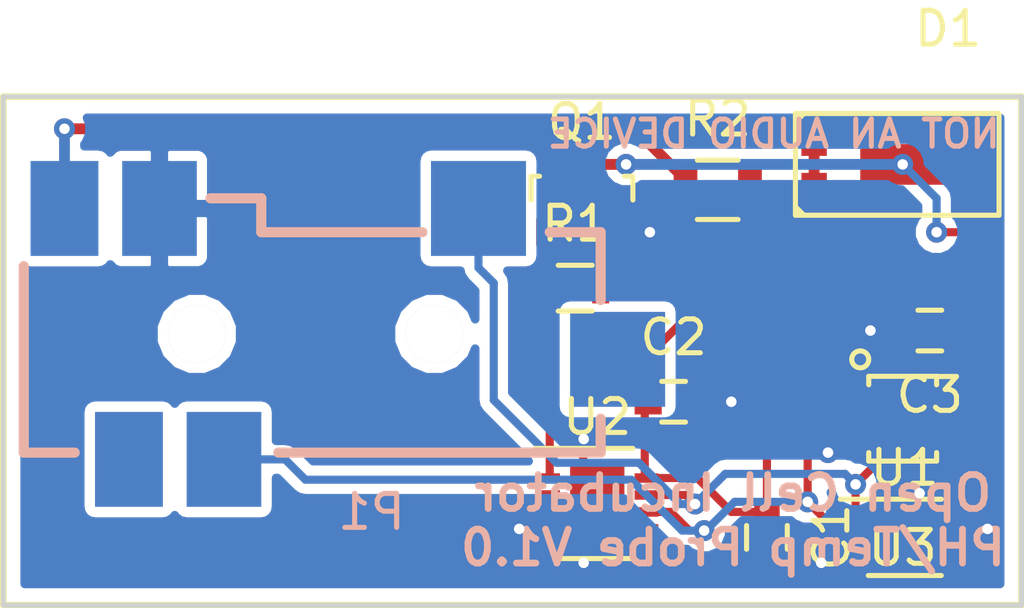
<source format=kicad_pcb>
(kicad_pcb (version 4) (host pcbnew 4.0.1-3.201512221402+6198~38~ubuntu14.04.1-stable)

  (general
    (links 36)
    (no_connects 0)
    (area 149.899999 93.915 180.273691 112.985)
    (thickness 1.6)
    (drawings 10)
    (tracks 122)
    (zones 0)
    (modules 11)
    (nets 14)
  )

  (page A4)
  (layers
    (0 F.Cu signal)
    (31 B.Cu signal)
    (32 B.Adhes user)
    (33 F.Adhes user)
    (34 B.Paste user)
    (35 F.Paste user)
    (36 B.SilkS user)
    (37 F.SilkS user)
    (38 B.Mask user)
    (39 F.Mask user)
    (40 Dwgs.User user)
    (41 Cmts.User user)
    (42 Eco1.User user)
    (43 Eco2.User user)
    (44 Edge.Cuts user)
    (45 Margin user)
    (46 B.CrtYd user)
    (47 F.CrtYd user)
    (48 B.Fab user)
    (49 F.Fab user hide)
  )

  (setup
    (last_trace_width 0.16)
    (user_trace_width 0.16)
    (user_trace_width 0.24)
    (user_trace_width 0.32)
    (user_trace_width 0.48)
    (user_trace_width 0.64)
    (user_trace_width 1)
    (user_trace_width 1.2)
    (trace_clearance 0.16)
    (zone_clearance 0.3)
    (zone_45_only no)
    (trace_min 0.16)
    (segment_width 0.2)
    (edge_width 0.15)
    (via_size 0.62)
    (via_drill 0.31)
    (via_min_size 0.62)
    (via_min_drill 0.31)
    (user_via 0.62 0.31)
    (user_via 1 0.6)
    (uvia_size 0.3)
    (uvia_drill 0.1)
    (uvias_allowed no)
    (uvia_min_size 0.2)
    (uvia_min_drill 0.1)
    (pcb_text_width 0.3)
    (pcb_text_size 1.5 1.5)
    (mod_edge_width 0.15)
    (mod_text_size 1 1)
    (mod_text_width 0.15)
    (pad_size 1.524 1.524)
    (pad_drill 0.762)
    (pad_to_mask_clearance 0.05)
    (solder_mask_min_width 0.05)
    (aux_axis_origin 0 0)
    (visible_elements FFFFFF7F)
    (pcbplotparams
      (layerselection 0x010f0_80000001)
      (usegerberextensions true)
      (excludeedgelayer true)
      (linewidth 0.100000)
      (plotframeref false)
      (viasonmask false)
      (mode 1)
      (useauxorigin false)
      (hpglpennumber 1)
      (hpglpenspeed 20)
      (hpglpendiameter 15)
      (hpglpenoverlay 2)
      (psnegative false)
      (psa4output false)
      (plotreference false)
      (plotvalue false)
      (plotinvisibletext false)
      (padsonsilk false)
      (subtractmaskfromsilk false)
      (outputformat 1)
      (mirror false)
      (drillshape 0)
      (scaleselection 1)
      (outputdirectory ../sensor_board_gerbers/))
  )

  (net 0 "")
  (net 1 +3V3)
  (net 2 GND)
  (net 3 "Net-(D1-Pad2)")
  (net 4 "Net-(D1-Pad1)")
  (net 5 /SDA)
  (net 6 /SCL)
  (net 7 /LED_CTRL)
  (net 8 "Net-(U1-Pad3)")
  (net 9 "Net-(U2-Pad2)")
  (net 10 "Net-(U2-Pad3)")
  (net 11 "Net-(U2-Pad5)")
  (net 12 "Net-(U3-Pad4)")
  (net 13 "Net-(U3-Pad5)")

  (net_class Default "This is the default net class."
    (clearance 0.16)
    (trace_width 0.16)
    (via_dia 0.62)
    (via_drill 0.31)
    (uvia_dia 0.3)
    (uvia_drill 0.1)
    (add_net +3V3)
    (add_net /LED_CTRL)
    (add_net /SCL)
    (add_net /SDA)
    (add_net GND)
    (add_net "Net-(D1-Pad1)")
    (add_net "Net-(D1-Pad2)")
    (add_net "Net-(U1-Pad3)")
    (add_net "Net-(U2-Pad2)")
    (add_net "Net-(U2-Pad3)")
    (add_net "Net-(U2-Pad5)")
    (add_net "Net-(U3-Pad4)")
    (add_net "Net-(U3-Pad5)")
  )

  (module wbraun_smd:DFN-8-1EP_3x3mm_Pitch0.5mm (layer F.Cu) (tedit 56A57A8E) (tstamp 56A57A29)
    (at 167.5 109)
    (descr "DD Package; 8-Lead Plastic DFN (3mm x 3mm) (see Linear Technology DFN_8_05-08-1698.pdf)")
    (tags "DFN 0.5")
    (path /56A54B57)
    (attr smd)
    (fp_text reference U2 (at 0 -2.55) (layer F.SilkS)
      (effects (font (size 1 1) (thickness 0.15)))
    )
    (fp_text value PCA9536 (at 0 2.55) (layer F.Fab)
      (effects (font (size 1 1) (thickness 0.15)))
    )
    (fp_line (start -2 -1.8) (end -2 1.8) (layer F.CrtYd) (width 0.05))
    (fp_line (start 2 -1.8) (end 2 1.8) (layer F.CrtYd) (width 0.05))
    (fp_line (start -2 -1.8) (end 2 -1.8) (layer F.CrtYd) (width 0.05))
    (fp_line (start -2 1.8) (end 2 1.8) (layer F.CrtYd) (width 0.05))
    (fp_line (start -1.05 1.625) (end 1.05 1.625) (layer F.SilkS) (width 0.15))
    (fp_line (start -1.825 -1.625) (end 1.05 -1.625) (layer F.SilkS) (width 0.15))
    (pad 1 smd rect (at -1.45 -0.75) (size 0.7 0.28) (layers F.Cu F.Paste F.Mask)
      (net 7 /LED_CTRL))
    (pad 2 smd rect (at -1.45 -0.25) (size 0.7 0.28) (layers F.Cu F.Paste F.Mask)
      (net 9 "Net-(U2-Pad2)"))
    (pad 3 smd rect (at -1.45 0.25) (size 0.7 0.28) (layers F.Cu F.Paste F.Mask)
      (net 10 "Net-(U2-Pad3)"))
    (pad 4 smd rect (at -1.45 0.75) (size 0.7 0.28) (layers F.Cu F.Paste F.Mask)
      (net 2 GND))
    (pad 5 smd rect (at 1.45 0.75) (size 0.7 0.28) (layers F.Cu F.Paste F.Mask)
      (net 11 "Net-(U2-Pad5)"))
    (pad 6 smd rect (at 1.45 0.25) (size 0.7 0.28) (layers F.Cu F.Paste F.Mask)
      (net 6 /SCL))
    (pad 7 smd rect (at 1.45 -0.25) (size 0.7 0.28) (layers F.Cu F.Paste F.Mask)
      (net 5 /SDA))
    (pad 8 smd rect (at 1.45 -0.75) (size 0.7 0.28) (layers F.Cu F.Paste F.Mask)
      (net 1 +3V3))
    (pad 9 smd rect (at 0 0) (size 1.6 2.25) (layers F.Cu F.Paste F.Mask)
      (net 2 GND) (solder_paste_margin_ratio -0.2))
    (model Housings_DFN_QFN.3dshapes/DFN-8-1EP_3x3mm_Pitch0.5mm.wrl
      (at (xyz 0 0 0))
      (scale (xyz 1 1 1))
      (rotate (xyz 0 0 0))
    )
  )

  (module Resistors_SMD:R_0603 (layer F.Cu) (tedit 5415CC62) (tstamp 56A5638D)
    (at 166.85 102.65)
    (descr "Resistor SMD 0603, reflow soldering, Vishay (see dcrcw.pdf)")
    (tags "resistor 0603")
    (path /56A55604)
    (attr smd)
    (fp_text reference R1 (at 0 -1.9) (layer F.SilkS)
      (effects (font (size 1 1) (thickness 0.15)))
    )
    (fp_text value 10K (at 0 1.9) (layer F.Fab)
      (effects (font (size 1 1) (thickness 0.15)))
    )
    (fp_line (start -1.3 -0.8) (end 1.3 -0.8) (layer F.CrtYd) (width 0.05))
    (fp_line (start -1.3 0.8) (end 1.3 0.8) (layer F.CrtYd) (width 0.05))
    (fp_line (start -1.3 -0.8) (end -1.3 0.8) (layer F.CrtYd) (width 0.05))
    (fp_line (start 1.3 -0.8) (end 1.3 0.8) (layer F.CrtYd) (width 0.05))
    (fp_line (start 0.5 0.675) (end -0.5 0.675) (layer F.SilkS) (width 0.15))
    (fp_line (start -0.5 -0.675) (end 0.5 -0.675) (layer F.SilkS) (width 0.15))
    (pad 1 smd rect (at -0.75 0) (size 0.5 0.9) (layers F.Cu F.Paste F.Mask)
      (net 7 /LED_CTRL))
    (pad 2 smd rect (at 0.75 0) (size 0.5 0.9) (layers F.Cu F.Paste F.Mask)
      (net 2 GND))
    (model Resistors_SMD.3dshapes/R_0603.wrl
      (at (xyz 0 0 0))
      (scale (xyz 1 1 1))
      (rotate (xyz 0 0 0))
    )
  )

  (module Capacitors_SMD:C_0603 (layer F.Cu) (tedit 5415D631) (tstamp 56A56366)
    (at 177.3 103.9 180)
    (descr "Capacitor SMD 0603, reflow soldering, AVX (see smccp.pdf)")
    (tags "capacitor 0603")
    (path /56A559F3)
    (attr smd)
    (fp_text reference C3 (at 0 -1.9 180) (layer F.SilkS)
      (effects (font (size 1 1) (thickness 0.15)))
    )
    (fp_text value 0.47uF (at 0 1.9 180) (layer F.Fab)
      (effects (font (size 1 1) (thickness 0.15)))
    )
    (fp_line (start -1.45 -0.75) (end 1.45 -0.75) (layer F.CrtYd) (width 0.05))
    (fp_line (start -1.45 0.75) (end 1.45 0.75) (layer F.CrtYd) (width 0.05))
    (fp_line (start -1.45 -0.75) (end -1.45 0.75) (layer F.CrtYd) (width 0.05))
    (fp_line (start 1.45 -0.75) (end 1.45 0.75) (layer F.CrtYd) (width 0.05))
    (fp_line (start -0.35 -0.6) (end 0.35 -0.6) (layer F.SilkS) (width 0.15))
    (fp_line (start 0.35 0.6) (end -0.35 0.6) (layer F.SilkS) (width 0.15))
    (pad 1 smd rect (at -0.75 0 180) (size 0.8 0.75) (layers F.Cu F.Paste F.Mask)
      (net 1 +3V3))
    (pad 2 smd rect (at 0.75 0 180) (size 0.8 0.75) (layers F.Cu F.Paste F.Mask)
      (net 2 GND))
    (model Capacitors_SMD.3dshapes/C_0603.wrl
      (at (xyz 0 0 0))
      (scale (xyz 1 1 1))
      (rotate (xyz 0 0 0))
    )
  )

  (module Capacitors_SMD:C_0603 (layer F.Cu) (tedit 5415D631) (tstamp 56A56361)
    (at 169.75 106)
    (descr "Capacitor SMD 0603, reflow soldering, AVX (see smccp.pdf)")
    (tags "capacitor 0603")
    (path /56A559BE)
    (attr smd)
    (fp_text reference C2 (at 0 -1.9) (layer F.SilkS)
      (effects (font (size 1 1) (thickness 0.15)))
    )
    (fp_text value 0.47uF (at 0 1.9) (layer F.Fab)
      (effects (font (size 1 1) (thickness 0.15)))
    )
    (fp_line (start -1.45 -0.75) (end 1.45 -0.75) (layer F.CrtYd) (width 0.05))
    (fp_line (start -1.45 0.75) (end 1.45 0.75) (layer F.CrtYd) (width 0.05))
    (fp_line (start -1.45 -0.75) (end -1.45 0.75) (layer F.CrtYd) (width 0.05))
    (fp_line (start 1.45 -0.75) (end 1.45 0.75) (layer F.CrtYd) (width 0.05))
    (fp_line (start -0.35 -0.6) (end 0.35 -0.6) (layer F.SilkS) (width 0.15))
    (fp_line (start 0.35 0.6) (end -0.35 0.6) (layer F.SilkS) (width 0.15))
    (pad 1 smd rect (at -0.75 0) (size 0.8 0.75) (layers F.Cu F.Paste F.Mask)
      (net 1 +3V3))
    (pad 2 smd rect (at 0.75 0) (size 0.8 0.75) (layers F.Cu F.Paste F.Mask)
      (net 2 GND))
    (model Capacitors_SMD.3dshapes/C_0603.wrl
      (at (xyz 0 0 0))
      (scale (xyz 1 1 1))
      (rotate (xyz 0 0 0))
    )
  )

  (module Capacitors_SMD:C_0603 (layer F.Cu) (tedit 5415D631) (tstamp 56A5635C)
    (at 172.5 110 270)
    (descr "Capacitor SMD 0603, reflow soldering, AVX (see smccp.pdf)")
    (tags "capacitor 0603")
    (path /56A558E9)
    (attr smd)
    (fp_text reference C1 (at 0 -1.9 270) (layer F.SilkS)
      (effects (font (size 1 1) (thickness 0.15)))
    )
    (fp_text value 0.47uF (at 0 1.9 270) (layer F.Fab)
      (effects (font (size 1 1) (thickness 0.15)))
    )
    (fp_line (start -1.45 -0.75) (end 1.45 -0.75) (layer F.CrtYd) (width 0.05))
    (fp_line (start -1.45 0.75) (end 1.45 0.75) (layer F.CrtYd) (width 0.05))
    (fp_line (start -1.45 -0.75) (end -1.45 0.75) (layer F.CrtYd) (width 0.05))
    (fp_line (start 1.45 -0.75) (end 1.45 0.75) (layer F.CrtYd) (width 0.05))
    (fp_line (start -0.35 -0.6) (end 0.35 -0.6) (layer F.SilkS) (width 0.15))
    (fp_line (start 0.35 0.6) (end -0.35 0.6) (layer F.SilkS) (width 0.15))
    (pad 1 smd rect (at -0.75 0 270) (size 0.8 0.75) (layers F.Cu F.Paste F.Mask)
      (net 1 +3V3))
    (pad 2 smd rect (at 0.75 0 270) (size 0.8 0.75) (layers F.Cu F.Paste F.Mask)
      (net 2 GND))
    (model Capacitors_SMD.3dshapes/C_0603.wrl
      (at (xyz 0 0 0))
      (scale (xyz 1 1 1))
      (rotate (xyz 0 0 0))
    )
  )

  (module "wbraun_smd:FN-6(TCS3472x)" (layer F.Cu) (tedit 56A54EB5) (tstamp 56A5622B)
    (at 176.5 106.5)
    (path /56A54C08)
    (fp_text reference U3 (at 0 3.81) (layer F.SilkS)
      (effects (font (size 1 1) (thickness 0.15)))
    )
    (fp_text value TCS34725 (at -1.27 -5.08) (layer F.Fab)
      (effects (font (size 1 1) (thickness 0.15)))
    )
    (fp_circle (center -1.25 -1.75) (end -1.25 -1.5) (layer F.SilkS) (width 0.15))
    (fp_line (start -1 -1) (end -1 -1.25) (layer F.SilkS) (width 0.15))
    (fp_line (start -1 -1.25) (end 1 -1.25) (layer F.SilkS) (width 0.15))
    (fp_line (start 1 -1.25) (end 1 -1) (layer F.SilkS) (width 0.15))
    (fp_line (start 1 1.25) (end 1 1) (layer F.SilkS) (width 0.15))
    (fp_line (start -1 1.25) (end -1 1) (layer F.SilkS) (width 0.15))
    (fp_line (start -1 1.25) (end 1 1.25) (layer F.SilkS) (width 0.15))
    (pad 1 smd rect (at -0.95 -0.65) (size 1.2 0.4) (layers F.Cu F.Paste F.Mask)
      (net 1 +3V3))
    (pad 2 smd rect (at -0.95 0) (size 1.2 0.4) (layers F.Cu F.Paste F.Mask)
      (net 6 /SCL))
    (pad 3 smd rect (at -0.95 0.65) (size 1.2 0.4) (layers F.Cu F.Paste F.Mask)
      (net 2 GND))
    (pad 4 smd rect (at 0.95 0.65) (size 1.2 0.4) (layers F.Cu F.Paste F.Mask)
      (net 12 "Net-(U3-Pad4)"))
    (pad 5 smd rect (at 0.95 0) (size 1.2 0.4) (layers F.Cu F.Paste F.Mask)
      (net 13 "Net-(U3-Pad5)"))
    (pad 6 smd rect (at 0.96 -0.65) (size 1.2 0.4) (layers F.Cu F.Paste F.Mask)
      (net 5 /SDA))
  )

  (module Housings_DFN_QFN:DFN-8-1EP_3x2mm_Pitch0.5mm (layer F.Cu) (tedit 54130A77) (tstamp 56A560AD)
    (at 176.5625 110)
    (descr "8-Lead Plastic Dual Flat, No Lead Package (MC) - 2x3x0.9 mm Body [DFN] (see Microchip Packaging Specification 00000049BS.pdf)")
    (tags "DFN 0.5")
    (path /56A54AF0)
    (attr smd)
    (fp_text reference U1 (at 0 -2.05) (layer F.SilkS)
      (effects (font (size 1 1) (thickness 0.15)))
    )
    (fp_text value MCP9808 (at 0 2.05) (layer F.Fab)
      (effects (font (size 1 1) (thickness 0.15)))
    )
    (fp_line (start -2.1 -1.3) (end -2.1 1.3) (layer F.CrtYd) (width 0.05))
    (fp_line (start 2.1 -1.3) (end 2.1 1.3) (layer F.CrtYd) (width 0.05))
    (fp_line (start -2.1 -1.3) (end 2.1 -1.3) (layer F.CrtYd) (width 0.05))
    (fp_line (start -2.1 1.3) (end 2.1 1.3) (layer F.CrtYd) (width 0.05))
    (fp_line (start -1.075 1.125) (end 1.075 1.125) (layer F.SilkS) (width 0.15))
    (fp_line (start -1.9 -1.125) (end 1.075 -1.125) (layer F.SilkS) (width 0.15))
    (pad 1 smd rect (at -1.45 -0.75) (size 0.75 0.3) (layers F.Cu F.Paste F.Mask)
      (net 5 /SDA))
    (pad 2 smd rect (at -1.45 -0.25) (size 0.75 0.3) (layers F.Cu F.Paste F.Mask)
      (net 6 /SCL))
    (pad 3 smd rect (at -1.45 0.25) (size 0.75 0.3) (layers F.Cu F.Paste F.Mask)
      (net 8 "Net-(U1-Pad3)"))
    (pad 4 smd rect (at -1.45 0.75) (size 0.75 0.3) (layers F.Cu F.Paste F.Mask)
      (net 2 GND))
    (pad 5 smd rect (at 1.45 0.75) (size 0.75 0.3) (layers F.Cu F.Paste F.Mask)
      (net 2 GND))
    (pad 6 smd rect (at 1.45 0.25) (size 0.75 0.3) (layers F.Cu F.Paste F.Mask)
      (net 2 GND))
    (pad 7 smd rect (at 1.45 -0.25) (size 0.75 0.3) (layers F.Cu F.Paste F.Mask)
      (net 2 GND))
    (pad 8 smd rect (at 1.45 -0.75) (size 0.75 0.3) (layers F.Cu F.Paste F.Mask)
      (net 1 +3V3))
    (pad 9 smd rect (at 0.4375 0.3625) (size 0.875 0.725) (layers F.Cu F.Paste F.Mask)
      (net 2 GND) (solder_paste_margin_ratio -0.2))
    (pad 9 smd rect (at 0.4375 -0.3625) (size 0.875 0.725) (layers F.Cu F.Paste F.Mask)
      (net 2 GND) (solder_paste_margin_ratio -0.2))
    (pad 9 smd rect (at -0.4375 0.3625) (size 0.875 0.725) (layers F.Cu F.Paste F.Mask)
      (net 2 GND) (solder_paste_margin_ratio -0.2))
    (pad 9 smd rect (at -0.4375 -0.3625) (size 0.875 0.725) (layers F.Cu F.Paste F.Mask)
      (net 2 GND) (solder_paste_margin_ratio -0.2))
    (model Housings_DFN_QFN.3dshapes/DFN-8-1EP_3x2mm_Pitch0.5mm.wrl
      (at (xyz 0 0 0))
      (scale (xyz 1 1 1))
      (rotate (xyz 0 0 0))
    )
  )

  (module Resistors_SMD:R_0805 (layer F.Cu) (tedit 5415CDEB) (tstamp 56A5609D)
    (at 171.05 99.75)
    (descr "Resistor SMD 0805, reflow soldering, Vishay (see dcrcw.pdf)")
    (tags "resistor 0805")
    (path /56A55502)
    (attr smd)
    (fp_text reference R2 (at 0 -2.1) (layer F.SilkS)
      (effects (font (size 1 1) (thickness 0.15)))
    )
    (fp_text value 220 (at 0 2.1) (layer F.Fab)
      (effects (font (size 1 1) (thickness 0.15)))
    )
    (fp_line (start -1.6 -1) (end 1.6 -1) (layer F.CrtYd) (width 0.05))
    (fp_line (start -1.6 1) (end 1.6 1) (layer F.CrtYd) (width 0.05))
    (fp_line (start -1.6 -1) (end -1.6 1) (layer F.CrtYd) (width 0.05))
    (fp_line (start 1.6 -1) (end 1.6 1) (layer F.CrtYd) (width 0.05))
    (fp_line (start 0.6 0.875) (end -0.6 0.875) (layer F.SilkS) (width 0.15))
    (fp_line (start -0.6 -0.875) (end 0.6 -0.875) (layer F.SilkS) (width 0.15))
    (pad 1 smd rect (at -0.95 0) (size 0.7 1.3) (layers F.Cu F.Paste F.Mask)
      (net 1 +3V3))
    (pad 2 smd rect (at 0.95 0) (size 0.7 1.3) (layers F.Cu F.Paste F.Mask)
      (net 3 "Net-(D1-Pad2)"))
    (model Resistors_SMD.3dshapes/R_0805.wrl
      (at (xyz 0 0 0))
      (scale (xyz 1 1 1))
      (rotate (xyz 0 0 0))
    )
  )

  (module TO_SOT_Packages_SMD:SOT-23 (layer F.Cu) (tedit 553634F8) (tstamp 56A56091)
    (at 167.05 99.99924)
    (descr "SOT-23, Standard")
    (tags SOT-23)
    (path /56A56416)
    (attr smd)
    (fp_text reference Q1 (at 0 -2.25) (layer F.SilkS)
      (effects (font (size 1 1) (thickness 0.15)))
    )
    (fp_text value Q_NMOS_GSD (at 0 2.3) (layer F.Fab)
      (effects (font (size 1 1) (thickness 0.15)))
    )
    (fp_line (start -1.65 -1.6) (end 1.65 -1.6) (layer F.CrtYd) (width 0.05))
    (fp_line (start 1.65 -1.6) (end 1.65 1.6) (layer F.CrtYd) (width 0.05))
    (fp_line (start 1.65 1.6) (end -1.65 1.6) (layer F.CrtYd) (width 0.05))
    (fp_line (start -1.65 1.6) (end -1.65 -1.6) (layer F.CrtYd) (width 0.05))
    (fp_line (start 1.29916 -0.65024) (end 1.2509 -0.65024) (layer F.SilkS) (width 0.15))
    (fp_line (start -1.49982 0.0508) (end -1.49982 -0.65024) (layer F.SilkS) (width 0.15))
    (fp_line (start -1.49982 -0.65024) (end -1.2509 -0.65024) (layer F.SilkS) (width 0.15))
    (fp_line (start 1.29916 -0.65024) (end 1.49982 -0.65024) (layer F.SilkS) (width 0.15))
    (fp_line (start 1.49982 -0.65024) (end 1.49982 0.0508) (layer F.SilkS) (width 0.15))
    (pad 1 smd rect (at -0.95 1.00076) (size 0.8001 0.8001) (layers F.Cu F.Paste F.Mask)
      (net 7 /LED_CTRL))
    (pad 2 smd rect (at 0.95 1.00076) (size 0.8001 0.8001) (layers F.Cu F.Paste F.Mask)
      (net 2 GND))
    (pad 3 smd rect (at 0 -0.99822) (size 0.8001 0.8001) (layers F.Cu F.Paste F.Mask)
      (net 4 "Net-(D1-Pad1)"))
    (model TO_SOT_Packages_SMD.3dshapes/SOT-23.wrl
      (at (xyz 0 0 0))
      (scale (xyz 1 1 1))
      (rotate (xyz 0 0 0))
    )
  )

  (module wbraun_smd:SJ-4351_X-SMT (layer B.Cu) (tedit 56A55D49) (tstamp 56A5608A)
    (at 162.1 104)
    (path /56A56121)
    (fp_text reference P1 (at -1.25 5.25) (layer B.SilkS)
      (effects (font (size 1 1) (thickness 0.15)) (justify mirror))
    )
    (fp_text value CONN_01X04 (at -5 -6.75) (layer B.Fab)
      (effects (font (size 1 1) (thickness 0.15)) (justify mirror))
    )
    (fp_line (start -11.5 -2) (end -11.5 3.5) (layer B.SilkS) (width 0.3))
    (fp_line (start -11.5 3.5) (end -10 3.5) (layer B.SilkS) (width 0.3))
    (fp_line (start 0.25 -3) (end -4.5 -3) (layer B.SilkS) (width 0.3))
    (fp_line (start -4.5 -3) (end -4.5 -4) (layer B.SilkS) (width 0.3))
    (fp_line (start -4.5 -4) (end -6 -4) (layer B.SilkS) (width 0.3))
    (fp_line (start 5.5 -1) (end 5.5 -3) (layer B.SilkS) (width 0.3))
    (fp_line (start 5.5 -3) (end 4 -3) (layer B.SilkS) (width 0.3))
    (fp_line (start -4 3.5) (end 5.5 3.5) (layer B.SilkS) (width 0.3))
    (fp_line (start 5.5 3.5) (end 5.5 2.5) (layer B.SilkS) (width 0.3))
    (pad 5 smd rect (at 6 0.75) (size 2.8 2.8) (layers B.Cu B.Paste B.Mask))
    (pad 2 smd rect (at 1.9 -3.7) (size 2.8 2.8) (layers B.Cu B.Paste B.Mask)
      (net 5 /SDA))
    (pad 4 smd rect (at -7.5 -3.7) (size 2.2 2.8) (layers B.Cu B.Paste B.Mask)
      (net 2 GND))
    (pad 1 smd rect (at -10.3 -3.7) (size 2 2.8) (layers B.Cu B.Paste B.Mask)
      (net 1 +3V3))
    (pad 6 smd rect (at -8.4 3.7) (size 2 2.8) (layers B.Cu B.Paste B.Mask))
    (pad 3 smd rect (at -5.6 3.7) (size 2.2 2.8) (layers B.Cu B.Paste B.Mask)
      (net 6 /SCL))
    (pad "" np_thru_hole circle (at -6.4 0) (size 1.7 1.7) (drill 1.7) (layers *.Cu *.Mask B.SilkS))
    (pad "" np_thru_hole circle (at 0.6 0) (size 1.7 1.7) (drill 1.7) (layers *.Cu *.Mask B.SilkS))
  )

  (module wbraun_smd:LM561B-LED (layer F.Cu) (tedit 56A5551A) (tstamp 56A56075)
    (at 176.34 99)
    (path /56A55589)
    (fp_text reference D1 (at 1.5 -4) (layer F.SilkS)
      (effects (font (size 1 1) (thickness 0.15)))
    )
    (fp_text value LED (at -14 -3.75) (layer F.Fab)
      (effects (font (size 1 1) (thickness 0.15)))
    )
    (fp_line (start -3 1.25) (end -2.75 1.5) (layer F.SilkS) (width 0.15))
    (fp_line (start -2.75 -1.5) (end -3 -1.25) (layer F.SilkS) (width 0.15))
    (fp_line (start -3 1.5) (end -3 -1.5) (layer F.SilkS) (width 0.15))
    (fp_line (start -3 -1.5) (end 3 -1.5) (layer F.SilkS) (width 0.15))
    (fp_line (start 3 -1.5) (end 3 1.5) (layer F.SilkS) (width 0.15))
    (fp_line (start 3 1.5) (end -3 1.5) (layer F.SilkS) (width 0.15))
    (pad 2 smd rect (at -2.45 -0.75) (size 0.75 1) (layers F.Cu F.Paste F.Mask)
      (net 3 "Net-(D1-Pad2)"))
    (pad 2 smd rect (at -2.45 0.75) (size 0.75 1) (layers F.Cu F.Paste F.Mask)
      (net 3 "Net-(D1-Pad2)"))
    (pad 1 smd rect (at 2.45 -0.75) (size 0.75 1) (layers F.Cu F.Paste F.Mask)
      (net 4 "Net-(D1-Pad1)"))
    (pad 1 smd rect (at 2.45 0.75) (size 0.75 1) (layers F.Cu F.Paste F.Mask)
      (net 4 "Net-(D1-Pad1)"))
    (pad 1 smd rect (at 0.16 0) (size 2.5 1.2) (layers F.Cu F.Paste F.Mask)
      (net 4 "Net-(D1-Pad1)"))
  )

  (gr_line (start 180 97) (end 150 97) (layer Edge.Cuts) (width 0.15))
  (gr_line (start 180 112) (end 180 97) (layer Edge.Cuts) (width 0.15))
  (gr_line (start 150 112) (end 180 112) (layer Edge.Cuts) (width 0.15))
  (gr_line (start 150 97) (end 150 112) (layer Edge.Cuts) (width 0.15))
  (gr_text "NOT AN AUDIO DEVICE" (at 172.7 98.1) (layer B.SilkS)
    (effects (font (size 0.8 0.8) (thickness 0.15)) (justify mirror))
  )
  (gr_text "Open Cell Incubator\nPH/Temp Probe V1.0" (at 171.5 109.5) (layer B.SilkS)
    (effects (font (size 1 1) (thickness 0.2)) (justify mirror))
  )
  (gr_line (start 150 112) (end 150 97) (angle 90) (layer F.SilkS) (width 0.2))
  (gr_line (start 180 112) (end 150 112) (angle 90) (layer F.SilkS) (width 0.2))
  (gr_line (start 180 97) (end 180 112) (angle 90) (layer F.SilkS) (width 0.2))
  (gr_line (start 150 97) (end 180 97) (angle 90) (layer F.SilkS) (width 0.2))

  (segment (start 151.8 100.3) (end 151.8 97.95) (width 0.32) (layer B.Cu) (net 1))
  (via (at 151.8 97.95) (size 0.62) (drill 0.31) (layers F.Cu B.Cu) (net 1))
  (segment (start 154.6 97.95) (end 151.8 97.95) (width 0.32) (layer F.Cu) (net 1))
  (segment (start 168.6 97.95) (end 154.6 97.95) (width 0.32) (layer F.Cu) (net 1))
  (segment (start 170.1 99.75) (end 170.1 99.45) (width 0.32) (layer F.Cu) (net 1))
  (segment (start 170.1 99.45) (end 168.6 97.95) (width 0.32) (layer F.Cu) (net 1))
  (segment (start 170.1 103.55) (end 169 104.65) (width 0.24) (layer F.Cu) (net 1))
  (segment (start 169 104.65) (end 169 106) (width 0.24) (layer F.Cu) (net 1))
  (segment (start 170.1 99.75) (end 170.1 103.55) (width 0.24) (layer F.Cu) (net 1))
  (segment (start 168.9 108.25) (end 168.9 106.1) (width 0.24) (layer F.Cu) (net 1))
  (segment (start 168.9 106.1) (end 169 106) (width 0.24) (layer F.Cu) (net 1))
  (segment (start 179.05 105.6) (end 179.05 107.8225) (width 0.24) (layer F.Cu) (net 1))
  (segment (start 179.05 107.8225) (end 178.0125 108.86) (width 0.24) (layer F.Cu) (net 1))
  (segment (start 174.05 105.85) (end 172.5 107.4) (width 0.24) (layer F.Cu) (net 1))
  (segment (start 172.5 107.4) (end 172.5 109.25) (width 0.24) (layer F.Cu) (net 1))
  (segment (start 175.91 105.05) (end 178.05 105.05) (width 0.24) (layer F.Cu) (net 1))
  (segment (start 178.05 105.05) (end 178.5 105.05) (width 0.24) (layer F.Cu) (net 1))
  (segment (start 178.05 103.9) (end 178.05 104.515) (width 0.24) (layer F.Cu) (net 1))
  (segment (start 178.05 104.515) (end 178.05 105.05) (width 0.24) (layer F.Cu) (net 1))
  (segment (start 178.0125 108.86) (end 178.0125 109.25) (width 0.24) (layer F.Cu) (net 1))
  (segment (start 178.5 105.05) (end 179.05 105.6) (width 0.24) (layer F.Cu) (net 1))
  (segment (start 175.55 105.85) (end 175.55 105.41) (width 0.24) (layer F.Cu) (net 1))
  (segment (start 175.55 105.41) (end 175.91 105.05) (width 0.24) (layer F.Cu) (net 1))
  (segment (start 174.05 105.85) (end 175.55 105.85) (width 0.24) (layer F.Cu) (net 1))
  (segment (start 168.9 108.25) (end 170.45 108.25) (width 0.24) (layer F.Cu) (net 1))
  (segment (start 170.45 108.25) (end 171.45 109.25) (width 0.24) (layer F.Cu) (net 1))
  (segment (start 171.45 109.25) (end 172.5 109.25) (width 0.24) (layer F.Cu) (net 1))
  (segment (start 167.085 109.595) (end 167.085 110.735) (width 0.24) (layer F.Cu) (net 2))
  (segment (start 167.085 110.735) (end 167.1 110.75) (width 0.24) (layer F.Cu) (net 2))
  (via (at 167.1 110.75) (size 0.62) (drill 0.31) (layers F.Cu B.Cu) (net 2))
  (segment (start 167.085 109.595) (end 167.915 109.595) (width 0.24) (layer F.Cu) (net 2))
  (segment (start 167.085 108.405) (end 167.915 108.405) (width 0.24) (layer F.Cu) (net 2))
  (segment (start 176.125 109.6375) (end 176.125 110.3625) (width 0.24) (layer F.Cu) (net 2))
  (segment (start 177 109.6375) (end 177 110.3625) (width 0.24) (layer F.Cu) (net 2))
  (segment (start 166.1 109.75) (end 165.2 109.75) (width 0.24) (layer F.Cu) (net 2))
  (via (at 165.2 109.75) (size 0.62) (drill 0.31) (layers F.Cu B.Cu) (net 2))
  (segment (start 167.085 108.405) (end 167.085 107.115) (width 0.24) (layer F.Cu) (net 2))
  (segment (start 167.085 107.115) (end 167.1 107.1) (width 0.24) (layer F.Cu) (net 2))
  (via (at 167.1 107.1) (size 0.62) (drill 0.31) (layers F.Cu B.Cu) (net 2))
  (segment (start 177 109.6375) (end 177 108.7) (width 0.24) (layer F.Cu) (net 2))
  (via (at 177 108.7) (size 0.62) (drill 0.31) (layers F.Cu B.Cu) (net 2))
  (segment (start 170.5 106) (end 171.45 106) (width 0.24) (layer F.Cu) (net 2))
  (via (at 171.45 106) (size 0.62) (drill 0.31) (layers F.Cu B.Cu) (net 2))
  (segment (start 168.4 102.65) (end 169.05 102) (width 0.24) (layer F.Cu) (net 2))
  (segment (start 169.05 102) (end 169.05 101) (width 0.24) (layer F.Cu) (net 2))
  (segment (start 167.6 102.65) (end 168.4 102.65) (width 0.24) (layer F.Cu) (net 2))
  (segment (start 176.55 103.9) (end 175.55 103.9) (width 0.24) (layer F.Cu) (net 2))
  (via (at 175.55 103.9) (size 0.62) (drill 0.31) (layers F.Cu B.Cu) (net 2))
  (segment (start 168 101) (end 169.05 101) (width 0.24) (layer F.Cu) (net 2))
  (via (at 169.05 101) (size 0.62) (drill 0.31) (layers F.Cu B.Cu) (net 2))
  (segment (start 176.125 110.3625) (end 175.7375 110.75) (width 0.24) (layer F.Cu) (net 2))
  (segment (start 175.7375 110.75) (end 175.1125 110.75) (width 0.24) (layer F.Cu) (net 2))
  (segment (start 172.5 110.75) (end 174.1 110.75) (width 0.24) (layer F.Cu) (net 2))
  (segment (start 175.1125 110.75) (end 174.1 110.75) (width 0.24) (layer F.Cu) (net 2))
  (via (at 174.1 110.75) (size 0.62) (drill 0.31) (layers F.Cu B.Cu) (net 2))
  (segment (start 175.55 107.15) (end 174.65 107.15) (width 0.24) (layer F.Cu) (net 2))
  (segment (start 174.65 107.15) (end 174.3 107.5) (width 0.24) (layer F.Cu) (net 2))
  (via (at 174.3 107.5) (size 0.62) (drill 0.31) (layers F.Cu B.Cu) (net 2))
  (segment (start 178.95 110.75) (end 179 110.7) (width 0.24) (layer F.Cu) (net 2))
  (segment (start 179 110.7) (end 179 109.75) (width 0.24) (layer F.Cu) (net 2))
  (segment (start 178.0125 110.75) (end 178.95 110.75) (width 0.24) (layer F.Cu) (net 2))
  (segment (start 178.0125 110.25) (end 178.95 110.25) (width 0.24) (layer F.Cu) (net 2))
  (segment (start 178.95 110.25) (end 179 110.2) (width 0.24) (layer F.Cu) (net 2))
  (segment (start 179 110.2) (end 179 109.75) (width 0.24) (layer F.Cu) (net 2))
  (segment (start 178.0125 109.75) (end 179 109.75) (width 0.24) (layer F.Cu) (net 2))
  (via (at 179 109.75) (size 0.62) (drill 0.31) (layers F.Cu B.Cu) (net 2))
  (segment (start 173.89 98.25) (end 173.89 99.75) (width 0.32) (layer F.Cu) (net 3))
  (segment (start 172 99.75) (end 173.89 99.75) (width 0.32) (layer F.Cu) (net 3))
  (segment (start 177.5 101) (end 177.5 100) (width 0.24) (layer B.Cu) (net 4))
  (segment (start 177.5 100) (end 176.5 99) (width 0.24) (layer B.Cu) (net 4))
  (segment (start 178.28 101) (end 177.5 101) (width 0.24) (layer F.Cu) (net 4))
  (via (at 177.5 101) (size 0.62) (drill 0.31) (layers F.Cu B.Cu) (net 4))
  (segment (start 178.79 99.75) (end 178.79 100.49) (width 0.24) (layer F.Cu) (net 4))
  (segment (start 178.79 100.49) (end 178.28 101) (width 0.24) (layer F.Cu) (net 4))
  (segment (start 168.35 99) (end 167.05102 99) (width 0.32) (layer F.Cu) (net 4))
  (segment (start 167.05102 99) (end 167.05 99.00102) (width 0.32) (layer F.Cu) (net 4))
  (segment (start 176.5 99) (end 168.35 99) (width 0.32) (layer B.Cu) (net 4))
  (via (at 168.35 99) (size 0.62) (drill 0.31) (layers F.Cu B.Cu) (net 4))
  (segment (start 178.79 98.25) (end 178.79 99.75) (width 0.32) (layer F.Cu) (net 4))
  (via (at 176.5 99) (size 0.62) (drill 0.31) (layers F.Cu B.Cu) (net 4))
  (segment (start 164.45 102.5) (end 164 102.05) (width 0.24) (layer B.Cu) (net 5))
  (segment (start 164 102.05) (end 164 100.3) (width 0.24) (layer B.Cu) (net 5))
  (segment (start 164.45 105.95) (end 164.45 102.5) (width 0.24) (layer B.Cu) (net 5))
  (segment (start 166.3 107.8) (end 164.45 105.95) (width 0.24) (layer B.Cu) (net 5))
  (segment (start 168.727194 107.8) (end 166.3 107.8) (width 0.24) (layer B.Cu) (net 5))
  (segment (start 170.3828 109.0172) (end 169.944394 109.0172) (width 0.24) (layer B.Cu) (net 5))
  (segment (start 169.944394 109.0172) (end 168.727194 107.8) (width 0.24) (layer B.Cu) (net 5))
  (segment (start 170.3828 109.0172) (end 170.1156 108.75) (width 0.24) (layer F.Cu) (net 5))
  (segment (start 170.1156 108.75) (end 168.9 108.75) (width 0.24) (layer F.Cu) (net 5))
  (segment (start 175.1125 108.4375) (end 174.802501 108.127501) (width 0.24) (layer B.Cu) (net 5))
  (segment (start 174.802501 108.127501) (end 171.272499 108.127501) (width 0.24) (layer B.Cu) (net 5))
  (segment (start 171.272499 108.127501) (end 170.3828 109.0172) (width 0.24) (layer B.Cu) (net 5))
  (via (at 170.3828 109.0172) (size 0.62) (drill 0.31) (layers F.Cu B.Cu) (net 5))
  (via (at 175.1125 108.4375) (size 0.62) (drill 0.31) (layers F.Cu B.Cu) (net 5))
  (segment (start 177.46 105.85) (end 178.3 105.85) (width 0.24) (layer F.Cu) (net 5))
  (segment (start 178.3 105.85) (end 178.6 106.15) (width 0.24) (layer F.Cu) (net 5))
  (segment (start 178.6 106.15) (end 178.6 107.65) (width 0.24) (layer F.Cu) (net 5))
  (segment (start 178.6 107.65) (end 178.3 107.95) (width 0.24) (layer F.Cu) (net 5))
  (segment (start 178.3 107.95) (end 175.6 107.95) (width 0.24) (layer F.Cu) (net 5))
  (segment (start 175.6 107.95) (end 175.1125 108.4375) (width 0.24) (layer F.Cu) (net 5))
  (segment (start 175.1125 108.4375) (end 175.1125 109.25) (width 0.24) (layer F.Cu) (net 5))
  (segment (start 170.65 109.8) (end 170 109.8) (width 0.24) (layer B.Cu) (net 6))
  (segment (start 158.3 107.7) (end 156.5 107.7) (width 0.24) (layer B.Cu) (net 6))
  (segment (start 170 109.8) (end 168.5 108.3) (width 0.24) (layer B.Cu) (net 6))
  (segment (start 168.5 108.3) (end 158.9 108.3) (width 0.24) (layer B.Cu) (net 6))
  (segment (start 158.9 108.3) (end 158.3 107.7) (width 0.24) (layer B.Cu) (net 6))
  (segment (start 170.65 109.8) (end 170.211594 109.8) (width 0.24) (layer F.Cu) (net 6))
  (segment (start 170.211594 109.8) (end 169.661594 109.25) (width 0.24) (layer F.Cu) (net 6))
  (segment (start 169.661594 109.25) (end 169.49 109.25) (width 0.24) (layer F.Cu) (net 6))
  (segment (start 169.49 109.25) (end 168.9 109.25) (width 0.24) (layer F.Cu) (net 6))
  (segment (start 171.5475 108.9525) (end 170.7 109.8) (width 0.24) (layer B.Cu) (net 6))
  (segment (start 170.7 109.8) (end 170.65 109.8) (width 0.24) (layer B.Cu) (net 6))
  (via (at 170.65 109.8) (size 0.62) (drill 0.31) (layers F.Cu B.Cu) (net 6))
  (segment (start 173.7 108.9525) (end 171.5475 108.9525) (width 0.24) (layer B.Cu) (net 6))
  (via (at 173.7 108.9525) (size 0.62) (drill 0.31) (layers F.Cu B.Cu) (net 6))
  (segment (start 173.7 107) (end 174.2 106.5) (width 0.24) (layer F.Cu) (net 6))
  (segment (start 174.2 106.5) (end 175.55 106.5) (width 0.24) (layer F.Cu) (net 6))
  (segment (start 173.7 108.9525) (end 173.7 107) (width 0.24) (layer F.Cu) (net 6))
  (segment (start 175.1125 109.75) (end 174.4975 109.75) (width 0.24) (layer F.Cu) (net 6))
  (segment (start 174.4975 109.75) (end 173.7 108.9525) (width 0.24) (layer F.Cu) (net 6))
  (segment (start 166.1 108.25) (end 166.1 102.65) (width 0.24) (layer F.Cu) (net 7))
  (segment (start 166.1 102.65) (end 166.1 101) (width 0.24) (layer F.Cu) (net 7))

  (zone (net 2) (net_name GND) (layer B.Cu) (tstamp 0) (hatch edge 0.508)
    (connect_pads (clearance 0.3))
    (min_thickness 0.254)
    (fill yes (arc_segments 16) (thermal_gap 0.3) (thermal_bridge_width 0.508))
    (polygon
      (pts
        (xy 150.5 97.5) (xy 179.5 97.5) (xy 179.5 111.5) (xy 150.5 111.5)
      )
    )
    (filled_polygon
      (pts
        (xy 179.373 111.373) (xy 150.627 111.373) (xy 150.627 106.3) (xy 152.264635 106.3) (xy 152.264635 109.1)
        (xy 152.294409 109.258237) (xy 152.387927 109.403567) (xy 152.530619 109.501064) (xy 152.7 109.535365) (xy 154.7 109.535365)
        (xy 154.858237 109.505591) (xy 155.003567 109.412073) (xy 155.049831 109.344364) (xy 155.087927 109.403567) (xy 155.230619 109.501064)
        (xy 155.4 109.535365) (xy 157.6 109.535365) (xy 157.758237 109.505591) (xy 157.903567 109.412073) (xy 158.001064 109.269381)
        (xy 158.035365 109.1) (xy 158.035365 108.247) (xy 158.073426 108.247) (xy 158.513212 108.686787) (xy 158.690516 108.805258)
        (xy 158.690672 108.805362) (xy 158.9 108.847) (xy 168.273426 108.847) (xy 169.613212 110.186787) (xy 169.790672 110.305362)
        (xy 170 110.347) (xy 170.154679 110.347) (xy 170.231978 110.424434) (xy 170.502758 110.536872) (xy 170.795955 110.537128)
        (xy 171.066932 110.425163) (xy 171.274434 110.218022) (xy 171.386872 109.947242) (xy 171.386925 109.886649) (xy 171.774074 109.4995)
        (xy 173.204679 109.4995) (xy 173.281978 109.576934) (xy 173.552758 109.689372) (xy 173.845955 109.689628) (xy 174.116932 109.577663)
        (xy 174.324434 109.370522) (xy 174.436872 109.099742) (xy 174.437128 108.806545) (xy 174.382569 108.674501) (xy 174.412991 108.674501)
        (xy 174.487337 108.854432) (xy 174.694478 109.061934) (xy 174.965258 109.174372) (xy 175.258455 109.174628) (xy 175.529432 109.062663)
        (xy 175.736934 108.855522) (xy 175.849372 108.584742) (xy 175.849628 108.291545) (xy 175.737663 108.020568) (xy 175.530522 107.813066)
        (xy 175.259742 107.700628) (xy 175.129125 107.700514) (xy 175.011829 107.622139) (xy 174.802501 107.580501) (xy 171.272499 107.580501)
        (xy 171.063171 107.622139) (xy 170.885711 107.740714) (xy 170.346258 108.280168) (xy 170.236845 108.280072) (xy 170.055692 108.354923)
        (xy 169.113981 107.413213) (xy 168.936522 107.294638) (xy 168.727194 107.253) (xy 166.526574 107.253) (xy 164.997 105.723426)
        (xy 164.997 103.35) (xy 166.264635 103.35) (xy 166.264635 106.15) (xy 166.294409 106.308237) (xy 166.387927 106.453567)
        (xy 166.530619 106.551064) (xy 166.7 106.585365) (xy 169.5 106.585365) (xy 169.658237 106.555591) (xy 169.803567 106.462073)
        (xy 169.901064 106.319381) (xy 169.935365 106.15) (xy 169.935365 103.35) (xy 169.905591 103.191763) (xy 169.812073 103.046433)
        (xy 169.669381 102.948936) (xy 169.5 102.914635) (xy 166.7 102.914635) (xy 166.541763 102.944409) (xy 166.396433 103.037927)
        (xy 166.298936 103.180619) (xy 166.264635 103.35) (xy 164.997 103.35) (xy 164.997 102.5) (xy 164.955362 102.290672)
        (xy 164.851589 102.135365) (xy 165.4 102.135365) (xy 165.558237 102.105591) (xy 165.703567 102.012073) (xy 165.801064 101.869381)
        (xy 165.835365 101.7) (xy 165.835365 99.145955) (xy 167.612872 99.145955) (xy 167.724837 99.416932) (xy 167.931978 99.624434)
        (xy 168.202758 99.736872) (xy 168.495955 99.737128) (xy 168.766932 99.625163) (xy 168.805162 99.587) (xy 176.044609 99.587)
        (xy 176.081978 99.624434) (xy 176.352758 99.736872) (xy 176.463394 99.736969) (xy 176.953 100.226575) (xy 176.953 100.504679)
        (xy 176.875566 100.581978) (xy 176.763128 100.852758) (xy 176.762872 101.145955) (xy 176.874837 101.416932) (xy 177.081978 101.624434)
        (xy 177.352758 101.736872) (xy 177.645955 101.737128) (xy 177.916932 101.625163) (xy 178.124434 101.418022) (xy 178.236872 101.147242)
        (xy 178.237128 100.854045) (xy 178.125163 100.583068) (xy 178.047 100.504769) (xy 178.047 100) (xy 178.005362 99.790672)
        (xy 177.957868 99.719592) (xy 177.886788 99.613213) (xy 177.237032 98.963458) (xy 177.237128 98.854045) (xy 177.125163 98.583068)
        (xy 176.918022 98.375566) (xy 176.647242 98.263128) (xy 176.354045 98.262872) (xy 176.083068 98.374837) (xy 176.044838 98.413)
        (xy 168.805391 98.413) (xy 168.768022 98.375566) (xy 168.497242 98.263128) (xy 168.204045 98.262872) (xy 167.933068 98.374837)
        (xy 167.725566 98.581978) (xy 167.613128 98.852758) (xy 167.612872 99.145955) (xy 165.835365 99.145955) (xy 165.835365 98.9)
        (xy 165.805591 98.741763) (xy 165.712073 98.596433) (xy 165.569381 98.498936) (xy 165.4 98.464635) (xy 162.6 98.464635)
        (xy 162.441763 98.494409) (xy 162.296433 98.587927) (xy 162.198936 98.730619) (xy 162.164635 98.9) (xy 162.164635 101.7)
        (xy 162.194409 101.858237) (xy 162.287927 102.003567) (xy 162.430619 102.101064) (xy 162.6 102.135365) (xy 163.46998 102.135365)
        (xy 163.494638 102.259328) (xy 163.613213 102.436787) (xy 163.903 102.726574) (xy 163.903 103.567475) (xy 163.783219 103.277583)
        (xy 163.424307 102.918043) (xy 162.955125 102.723222) (xy 162.447103 102.722779) (xy 161.977583 102.916781) (xy 161.618043 103.275693)
        (xy 161.423222 103.744875) (xy 161.422779 104.252897) (xy 161.616781 104.722417) (xy 161.975693 105.081957) (xy 162.444875 105.276778)
        (xy 162.952897 105.277221) (xy 163.422417 105.083219) (xy 163.781957 104.724307) (xy 163.903 104.432803) (xy 163.903 105.95)
        (xy 163.941144 106.141763) (xy 163.944638 106.159328) (xy 164.063213 106.336787) (xy 165.479426 107.753) (xy 159.126575 107.753)
        (xy 158.686787 107.313213) (xy 158.509328 107.194638) (xy 158.3 107.153) (xy 158.035365 107.153) (xy 158.035365 106.3)
        (xy 158.005591 106.141763) (xy 157.912073 105.996433) (xy 157.769381 105.898936) (xy 157.6 105.864635) (xy 155.4 105.864635)
        (xy 155.241763 105.894409) (xy 155.096433 105.987927) (xy 155.050169 106.055636) (xy 155.012073 105.996433) (xy 154.869381 105.898936)
        (xy 154.7 105.864635) (xy 152.7 105.864635) (xy 152.541763 105.894409) (xy 152.396433 105.987927) (xy 152.298936 106.130619)
        (xy 152.264635 106.3) (xy 150.627 106.3) (xy 150.627 104.252897) (xy 154.422779 104.252897) (xy 154.616781 104.722417)
        (xy 154.975693 105.081957) (xy 155.444875 105.276778) (xy 155.952897 105.277221) (xy 156.422417 105.083219) (xy 156.781957 104.724307)
        (xy 156.976778 104.255125) (xy 156.977221 103.747103) (xy 156.783219 103.277583) (xy 156.424307 102.918043) (xy 155.955125 102.723222)
        (xy 155.447103 102.722779) (xy 154.977583 102.916781) (xy 154.618043 103.275693) (xy 154.423222 103.744875) (xy 154.422779 104.252897)
        (xy 150.627 104.252897) (xy 150.627 102.098591) (xy 150.630619 102.101064) (xy 150.8 102.135365) (xy 152.8 102.135365)
        (xy 152.958237 102.105591) (xy 153.103567 102.012073) (xy 153.146041 101.94991) (xy 153.258124 102.061993) (xy 153.415065 102.127)
        (xy 154.36625 102.127) (xy 154.473 102.02025) (xy 154.473 100.427) (xy 154.727 100.427) (xy 154.727 102.02025)
        (xy 154.83375 102.127) (xy 155.784935 102.127) (xy 155.941876 102.061993) (xy 156.061993 101.941876) (xy 156.127 101.784936)
        (xy 156.127 100.53375) (xy 156.02025 100.427) (xy 154.727 100.427) (xy 154.473 100.427) (xy 154.453 100.427)
        (xy 154.453 100.173) (xy 154.473 100.173) (xy 154.473 98.57975) (xy 154.727 98.57975) (xy 154.727 100.173)
        (xy 156.02025 100.173) (xy 156.127 100.06625) (xy 156.127 98.815064) (xy 156.061993 98.658124) (xy 155.941876 98.538007)
        (xy 155.784935 98.473) (xy 154.83375 98.473) (xy 154.727 98.57975) (xy 154.473 98.57975) (xy 154.36625 98.473)
        (xy 153.415065 98.473) (xy 153.258124 98.538007) (xy 153.146381 98.64975) (xy 153.112073 98.596433) (xy 152.969381 98.498936)
        (xy 152.8 98.464635) (xy 152.387 98.464635) (xy 152.387 98.405391) (xy 152.424434 98.368022) (xy 152.536872 98.097242)
        (xy 152.537128 97.804045) (xy 152.463975 97.627) (xy 179.373 97.627)
      )
    )
  )
)

</source>
